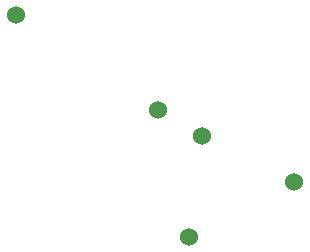
<source format=gtp>
%TF.GenerationSoftware,KiCad,Pcbnew,5.1.10-88a1d61d58~88~ubuntu20.04.1*%
%TF.CreationDate,2021-05-07T16:03:34-04:00*%
%TF.ProjectId,avBadge_2021,61764261-6467-4655-9f32-3032312e6b69,rev?*%
%TF.SameCoordinates,Original*%
%TF.FileFunction,Paste,Top*%
%TF.FilePolarity,Positive*%
%FSLAX46Y46*%
G04 Gerber Fmt 4.6, Leading zero omitted, Abs format (unit mm)*
G04 Created by KiCad (PCBNEW 5.1.10-88a1d61d58~88~ubuntu20.04.1) date 2021-05-07 16:03:34*
%MOMM*%
%LPD*%
G01*
G04 APERTURE LIST*
%ADD10C,1.524000*%
G04 APERTURE END LIST*
D10*
%TO.C,S1*%
X125128020Y-128120140D03*
X117350540Y-124231400D03*
X113682780Y-122092720D03*
X116301520Y-132816600D03*
X101650800Y-114018060D03*
%TD*%
M02*

</source>
